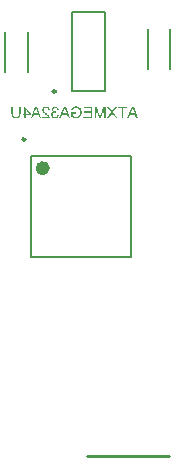
<source format=gbo>
%FSLAX25Y25*%
%MOIN*%
G70*
G01*
G75*
G04 Layer_Color=32896*
%ADD10R,0.03937X0.03937*%
G04:AMPARAMS|DCode=11|XSize=83mil|YSize=55mil|CornerRadius=13.75mil|HoleSize=0mil|Usage=FLASHONLY|Rotation=90.000|XOffset=0mil|YOffset=0mil|HoleType=Round|Shape=RoundedRectangle|*
%AMROUNDEDRECTD11*
21,1,0.08300,0.02750,0,0,90.0*
21,1,0.05550,0.05500,0,0,90.0*
1,1,0.02750,0.01375,0.02775*
1,1,0.02750,0.01375,-0.02775*
1,1,0.02750,-0.01375,-0.02775*
1,1,0.02750,-0.01375,0.02775*
%
%ADD11ROUNDEDRECTD11*%
%ADD12R,0.03150X0.05118*%
%ADD13R,0.05118X0.03150*%
%ADD14R,0.03740X0.03937*%
%ADD15R,0.03937X0.03740*%
%ADD16R,0.03937X0.03937*%
%ADD17C,0.01500*%
%ADD18C,0.02000*%
%ADD19R,0.05906X0.05906*%
%ADD20C,0.05906*%
%ADD21C,0.12500*%
%ADD22C,0.05000*%
%ADD23O,0.08071X0.02362*%
%ADD24O,0.02362X0.08071*%
G04:AMPARAMS|DCode=25|XSize=82.68mil|YSize=62.99mil|CornerRadius=15.75mil|HoleSize=0mil|Usage=FLASHONLY|Rotation=180.000|XOffset=0mil|YOffset=0mil|HoleType=Round|Shape=RoundedRectangle|*
%AMROUNDEDRECTD25*
21,1,0.08268,0.03150,0,0,180.0*
21,1,0.05118,0.06299,0,0,180.0*
1,1,0.03150,-0.02559,0.01575*
1,1,0.03150,0.02559,0.01575*
1,1,0.03150,0.02559,-0.01575*
1,1,0.03150,-0.02559,-0.01575*
%
%ADD25ROUNDEDRECTD25*%
G04:AMPARAMS|DCode=26|XSize=70.87mil|YSize=74.8mil|CornerRadius=17.72mil|HoleSize=0mil|Usage=FLASHONLY|Rotation=180.000|XOffset=0mil|YOffset=0mil|HoleType=Round|Shape=RoundedRectangle|*
%AMROUNDEDRECTD26*
21,1,0.07087,0.03937,0,0,180.0*
21,1,0.03543,0.07480,0,0,180.0*
1,1,0.03543,-0.01772,0.01969*
1,1,0.03543,0.01772,0.01969*
1,1,0.03543,0.01772,-0.01969*
1,1,0.03543,-0.01772,-0.01969*
%
%ADD26ROUNDEDRECTD26*%
G04:AMPARAMS|DCode=27|XSize=15.75mil|YSize=53.15mil|CornerRadius=3.94mil|HoleSize=0mil|Usage=FLASHONLY|Rotation=180.000|XOffset=0mil|YOffset=0mil|HoleType=Round|Shape=RoundedRectangle|*
%AMROUNDEDRECTD27*
21,1,0.01575,0.04528,0,0,180.0*
21,1,0.00787,0.05315,0,0,180.0*
1,1,0.00787,-0.00394,0.02264*
1,1,0.00787,0.00394,0.02264*
1,1,0.00787,0.00394,-0.02264*
1,1,0.00787,-0.00394,-0.02264*
%
%ADD27ROUNDEDRECTD27*%
G04:AMPARAMS|DCode=28|XSize=74.8mil|YSize=74.8mil|CornerRadius=18.7mil|HoleSize=0mil|Usage=FLASHONLY|Rotation=180.000|XOffset=0mil|YOffset=0mil|HoleType=Round|Shape=RoundedRectangle|*
%AMROUNDEDRECTD28*
21,1,0.07480,0.03740,0,0,180.0*
21,1,0.03740,0.07480,0,0,180.0*
1,1,0.03740,-0.01870,0.01870*
1,1,0.03740,0.01870,0.01870*
1,1,0.03740,0.01870,-0.01870*
1,1,0.03740,-0.01870,-0.01870*
%
%ADD28ROUNDEDRECTD28*%
%ADD29R,0.04724X0.07677*%
%ADD30R,0.09449X0.03937*%
%ADD31R,0.09449X0.12992*%
%ADD32C,0.01000*%
%ADD33C,0.00787*%
%ADD34C,0.00100*%
%ADD35R,0.04737X0.04737*%
G04:AMPARAMS|DCode=36|XSize=91mil|YSize=63mil|CornerRadius=17.75mil|HoleSize=0mil|Usage=FLASHONLY|Rotation=90.000|XOffset=0mil|YOffset=0mil|HoleType=Round|Shape=RoundedRectangle|*
%AMROUNDEDRECTD36*
21,1,0.09100,0.02750,0,0,90.0*
21,1,0.05550,0.06300,0,0,90.0*
1,1,0.03550,0.01375,0.02775*
1,1,0.03550,0.01375,-0.02775*
1,1,0.03550,-0.01375,-0.02775*
1,1,0.03550,-0.01375,0.02775*
%
%ADD36ROUNDEDRECTD36*%
%ADD37R,0.03950X0.05918*%
%ADD38R,0.05918X0.03950*%
%ADD39R,0.04540X0.04737*%
%ADD40R,0.04737X0.04540*%
%ADD41R,0.04737X0.04737*%
%ADD42R,0.06706X0.06706*%
%ADD43C,0.06706*%
%ADD44C,0.13300*%
%ADD45C,0.05800*%
%ADD46O,0.08871X0.03162*%
%ADD47O,0.03162X0.08871*%
G04:AMPARAMS|DCode=48|XSize=90.68mil|YSize=70.99mil|CornerRadius=19.75mil|HoleSize=0mil|Usage=FLASHONLY|Rotation=180.000|XOffset=0mil|YOffset=0mil|HoleType=Round|Shape=RoundedRectangle|*
%AMROUNDEDRECTD48*
21,1,0.09068,0.03150,0,0,180.0*
21,1,0.05118,0.07099,0,0,180.0*
1,1,0.03950,-0.02559,0.01575*
1,1,0.03950,0.02559,0.01575*
1,1,0.03950,0.02559,-0.01575*
1,1,0.03950,-0.02559,-0.01575*
%
%ADD48ROUNDEDRECTD48*%
G04:AMPARAMS|DCode=49|XSize=78.87mil|YSize=82.8mil|CornerRadius=21.72mil|HoleSize=0mil|Usage=FLASHONLY|Rotation=180.000|XOffset=0mil|YOffset=0mil|HoleType=Round|Shape=RoundedRectangle|*
%AMROUNDEDRECTD49*
21,1,0.07887,0.03937,0,0,180.0*
21,1,0.03543,0.08280,0,0,180.0*
1,1,0.04343,-0.01772,0.01969*
1,1,0.04343,0.01772,0.01969*
1,1,0.04343,0.01772,-0.01969*
1,1,0.04343,-0.01772,-0.01969*
%
%ADD49ROUNDEDRECTD49*%
G04:AMPARAMS|DCode=50|XSize=23.75mil|YSize=61.15mil|CornerRadius=7.94mil|HoleSize=0mil|Usage=FLASHONLY|Rotation=180.000|XOffset=0mil|YOffset=0mil|HoleType=Round|Shape=RoundedRectangle|*
%AMROUNDEDRECTD50*
21,1,0.02375,0.04528,0,0,180.0*
21,1,0.00787,0.06115,0,0,180.0*
1,1,0.01587,-0.00394,0.02264*
1,1,0.01587,0.00394,0.02264*
1,1,0.01587,0.00394,-0.02264*
1,1,0.01587,-0.00394,-0.02264*
%
%ADD50ROUNDEDRECTD50*%
G04:AMPARAMS|DCode=51|XSize=82.8mil|YSize=82.8mil|CornerRadius=22.7mil|HoleSize=0mil|Usage=FLASHONLY|Rotation=180.000|XOffset=0mil|YOffset=0mil|HoleType=Round|Shape=RoundedRectangle|*
%AMROUNDEDRECTD51*
21,1,0.08280,0.03740,0,0,180.0*
21,1,0.03740,0.08280,0,0,180.0*
1,1,0.04540,-0.01870,0.01870*
1,1,0.04540,0.01870,0.01870*
1,1,0.04540,0.01870,-0.01870*
1,1,0.04540,-0.01870,-0.01870*
%
%ADD51ROUNDEDRECTD51*%
%ADD52R,0.05524X0.08477*%
%ADD53R,0.10249X0.04737*%
%ADD54R,0.10249X0.13792*%
%ADD55C,0.02362*%
%ADD56C,0.00984*%
%ADD57C,0.00394*%
G36*
X240000Y245000D02*
X239462D01*
X239047Y246164D01*
X237432D01*
X236987Y245000D01*
X236414D01*
X237976Y248843D01*
X238532D01*
X240000Y245000D01*
D02*
G37*
G36*
X236285Y248393D02*
X235022D01*
Y245000D01*
X234513D01*
Y248393D01*
X233249D01*
Y248843D01*
X236285D01*
Y248393D01*
D02*
G37*
G36*
X200805Y246620D02*
Y246509D01*
X200799Y246404D01*
X200793Y246305D01*
X200782Y246211D01*
X200770Y246129D01*
X200758Y246047D01*
X200746Y245977D01*
X200729Y245913D01*
X200717Y245854D01*
X200706Y245801D01*
X200694Y245755D01*
X200682Y245720D01*
X200671Y245690D01*
X200665Y245673D01*
X200659Y245661D01*
Y245655D01*
X200594Y245532D01*
X200518Y245421D01*
X200442Y245333D01*
X200360Y245257D01*
X200290Y245193D01*
X200226Y245152D01*
X200202Y245134D01*
X200191Y245129D01*
X200179Y245117D01*
X200173D01*
X200039Y245058D01*
X199887Y245012D01*
X199740Y244983D01*
X199600Y244959D01*
X199536Y244953D01*
X199477Y244947D01*
X199424Y244941D01*
X199378D01*
X199343Y244936D01*
X199290D01*
X199091Y244947D01*
X198916Y244971D01*
X198834Y244983D01*
X198763Y245000D01*
X198693Y245023D01*
X198635Y245041D01*
X198582Y245058D01*
X198529Y245082D01*
X198488Y245099D01*
X198459Y245111D01*
X198430Y245129D01*
X198412Y245134D01*
X198401Y245146D01*
X198395D01*
X198278Y245234D01*
X198172Y245322D01*
X198091Y245415D01*
X198026Y245503D01*
X197979Y245585D01*
X197944Y245643D01*
X197933Y245667D01*
X197927Y245685D01*
X197921Y245696D01*
Y245702D01*
X197874Y245836D01*
X197845Y245989D01*
X197821Y246141D01*
X197804Y246287D01*
X197798Y246357D01*
X197792Y246422D01*
Y246474D01*
X197786Y246527D01*
Y246568D01*
Y246597D01*
Y246615D01*
Y246620D01*
Y248843D01*
X198295D01*
Y246620D01*
Y246492D01*
X198307Y246369D01*
X198319Y246264D01*
X198330Y246164D01*
X198348Y246071D01*
X198371Y245994D01*
X198395Y245924D01*
X198412Y245860D01*
X198436Y245807D01*
X198459Y245760D01*
X198477Y245725D01*
X198500Y245696D01*
X198512Y245673D01*
X198523Y245655D01*
X198535Y245649D01*
Y245643D01*
X198582Y245597D01*
X198641Y245562D01*
X198763Y245497D01*
X198892Y245456D01*
X199027Y245421D01*
X199144Y245404D01*
X199196Y245398D01*
X199243D01*
X199284Y245392D01*
X199337D01*
X199454Y245398D01*
X199559Y245409D01*
X199653Y245433D01*
X199734Y245456D01*
X199799Y245474D01*
X199846Y245497D01*
X199875Y245509D01*
X199887Y245515D01*
X199969Y245567D01*
X200033Y245626D01*
X200091Y245690D01*
X200132Y245749D01*
X200167Y245801D01*
X200191Y245842D01*
X200202Y245872D01*
X200208Y245883D01*
X200226Y245930D01*
X200238Y245983D01*
X200261Y246100D01*
X200273Y246223D01*
X200284Y246340D01*
X200290Y246451D01*
X200296Y246498D01*
Y246538D01*
Y246574D01*
Y246597D01*
Y246615D01*
Y246620D01*
Y248843D01*
X200805D01*
Y246620D01*
D02*
G37*
G36*
X219513Y248896D02*
X219701Y248873D01*
X219876Y248832D01*
X219952Y248808D01*
X220022Y248791D01*
X220087Y248767D01*
X220145Y248744D01*
X220198Y248727D01*
X220239Y248703D01*
X220268Y248691D01*
X220297Y248680D01*
X220309Y248668D01*
X220315D01*
X220397Y248621D01*
X220467Y248569D01*
X220607Y248457D01*
X220718Y248340D01*
X220818Y248223D01*
X220888Y248112D01*
X220917Y248071D01*
X220947Y248030D01*
X220964Y247995D01*
X220976Y247972D01*
X220988Y247954D01*
Y247948D01*
X221063Y247767D01*
X221122Y247580D01*
X221163Y247404D01*
X221192Y247240D01*
X221204Y247170D01*
X221210Y247106D01*
X221216Y247047D01*
Y246995D01*
X221221Y246954D01*
Y246925D01*
Y246907D01*
Y246901D01*
X221210Y246696D01*
X221186Y246503D01*
X221145Y246328D01*
X221128Y246246D01*
X221105Y246176D01*
X221081Y246106D01*
X221063Y246047D01*
X221040Y245994D01*
X221023Y245953D01*
X221011Y245918D01*
X220999Y245895D01*
X220988Y245878D01*
Y245872D01*
X220888Y245714D01*
X220777Y245573D01*
X220666Y245450D01*
X220549Y245351D01*
X220449Y245275D01*
X220408Y245246D01*
X220367Y245222D01*
X220338Y245199D01*
X220309Y245187D01*
X220297Y245181D01*
X220291Y245176D01*
X220116Y245094D01*
X219935Y245035D01*
X219765Y244994D01*
X219601Y244965D01*
X219531Y244953D01*
X219466Y244947D01*
X219408Y244941D01*
X219355D01*
X219314Y244936D01*
X219262D01*
X219110Y244941D01*
X218957Y244959D01*
X218823Y244983D01*
X218700Y245012D01*
X218648Y245023D01*
X218595Y245035D01*
X218554Y245047D01*
X218519Y245058D01*
X218490Y245070D01*
X218466Y245076D01*
X218454Y245082D01*
X218449D01*
X218302Y245146D01*
X218156Y245216D01*
X218027Y245292D01*
X217910Y245363D01*
X217811Y245433D01*
X217770Y245456D01*
X217735Y245486D01*
X217706Y245503D01*
X217688Y245521D01*
X217676Y245527D01*
X217671Y245532D01*
Y246960D01*
X219297D01*
Y246509D01*
X218168D01*
Y245784D01*
X218238Y245731D01*
X218314Y245679D01*
X218390Y245632D01*
X218466Y245591D01*
X218536Y245556D01*
X218595Y245532D01*
X218618Y245521D01*
X218636Y245515D01*
X218642Y245509D01*
X218648D01*
X218764Y245468D01*
X218882Y245439D01*
X218993Y245415D01*
X219086Y245404D01*
X219168Y245392D01*
X219233Y245386D01*
X219291D01*
X219431Y245392D01*
X219566Y245409D01*
X219683Y245439D01*
X219794Y245468D01*
X219882Y245497D01*
X219923Y245515D01*
X219952Y245527D01*
X219975Y245532D01*
X219993Y245544D01*
X220005Y245550D01*
X220011D01*
X220128Y245620D01*
X220233Y245702D01*
X220321Y245790D01*
X220391Y245872D01*
X220443Y245948D01*
X220484Y246006D01*
X220502Y246030D01*
X220514Y246047D01*
X220519Y246059D01*
Y246065D01*
X220578Y246205D01*
X220619Y246345D01*
X220654Y246492D01*
X220672Y246632D01*
X220677Y246691D01*
X220683Y246749D01*
X220689Y246802D01*
Y246843D01*
X220695Y246884D01*
Y246907D01*
Y246925D01*
Y246931D01*
X220689Y247083D01*
X220672Y247229D01*
X220648Y247358D01*
X220619Y247475D01*
X220596Y247568D01*
X220584Y247609D01*
X220572Y247638D01*
X220560Y247668D01*
X220555Y247685D01*
X220549Y247697D01*
Y247703D01*
X220514Y247779D01*
X220479Y247849D01*
X220438Y247913D01*
X220397Y247972D01*
X220361Y248019D01*
X220332Y248054D01*
X220315Y248077D01*
X220309Y248083D01*
X220245Y248147D01*
X220180Y248200D01*
X220110Y248247D01*
X220046Y248288D01*
X219987Y248323D01*
X219940Y248346D01*
X219911Y248358D01*
X219899Y248364D01*
X219800Y248399D01*
X219701Y248428D01*
X219595Y248446D01*
X219502Y248463D01*
X219420Y248469D01*
X219355Y248475D01*
X219297D01*
X219192Y248469D01*
X219092Y248457D01*
X219004Y248440D01*
X218928Y248422D01*
X218864Y248405D01*
X218811Y248387D01*
X218782Y248376D01*
X218770Y248370D01*
X218683Y248329D01*
X218612Y248288D01*
X218548Y248241D01*
X218495Y248200D01*
X218454Y248159D01*
X218425Y248130D01*
X218408Y248106D01*
X218402Y248100D01*
X218355Y248030D01*
X218314Y247954D01*
X218279Y247878D01*
X218250Y247808D01*
X218226Y247738D01*
X218203Y247685D01*
X218197Y247650D01*
X218191Y247644D01*
Y247638D01*
X217729Y247767D01*
X217770Y247907D01*
X217817Y248030D01*
X217864Y248136D01*
X217910Y248223D01*
X217957Y248299D01*
X217992Y248352D01*
X218016Y248381D01*
X218021Y248393D01*
X218098Y248481D01*
X218185Y248551D01*
X218273Y248615D01*
X218361Y248668D01*
X218437Y248715D01*
X218495Y248744D01*
X218519Y248756D01*
X218536Y248762D01*
X218548Y248767D01*
X218554D01*
X218683Y248814D01*
X218811Y248849D01*
X218940Y248873D01*
X219051Y248890D01*
X219151Y248902D01*
X219197D01*
X219233Y248908D01*
X219303D01*
X219513Y248896D01*
D02*
G37*
G36*
X207796Y245000D02*
X207258D01*
X206842Y246164D01*
X205228D01*
X204783Y245000D01*
X204210D01*
X205772Y248843D01*
X206327D01*
X207796Y245000D01*
D02*
G37*
G36*
X204145Y246351D02*
Y245918D01*
X202478D01*
Y245000D01*
X202004D01*
Y245918D01*
X201484D01*
Y246351D01*
X202004D01*
Y248838D01*
X202390D01*
X204145Y246351D01*
D02*
G37*
G36*
X224661Y245000D02*
X221795D01*
Y245450D01*
X224152D01*
Y246761D01*
X222029D01*
Y247211D01*
X224152D01*
Y248393D01*
X221883D01*
Y248843D01*
X224661D01*
Y245000D01*
D02*
G37*
G36*
X217343D02*
X216805D01*
X216389Y246164D01*
X214775D01*
X214330Y245000D01*
X213757D01*
X215319Y248843D01*
X215875D01*
X217343Y245000D01*
D02*
G37*
G36*
X209381Y248855D02*
X209475Y248849D01*
X209650Y248814D01*
X209726Y248797D01*
X209802Y248773D01*
X209867Y248744D01*
X209925Y248721D01*
X209978Y248691D01*
X210025Y248668D01*
X210066Y248639D01*
X210101Y248621D01*
X210124Y248604D01*
X210142Y248586D01*
X210153Y248580D01*
X210159Y248574D01*
X210218Y248516D01*
X210264Y248457D01*
X210352Y248323D01*
X210417Y248188D01*
X210463Y248054D01*
X210498Y247937D01*
X210504Y247884D01*
X210516Y247837D01*
X210522Y247802D01*
X210528Y247773D01*
Y247755D01*
Y247749D01*
X210042Y247697D01*
X210031Y247826D01*
X210007Y247937D01*
X209978Y248030D01*
X209937Y248112D01*
X209902Y248177D01*
X209867Y248223D01*
X209843Y248247D01*
X209837Y248258D01*
X209755Y248329D01*
X209668Y248381D01*
X209574Y248416D01*
X209486Y248446D01*
X209410Y248457D01*
X209352Y248463D01*
X209329Y248469D01*
X209293D01*
X209176Y248463D01*
X209071Y248440D01*
X208983Y248411D01*
X208907Y248376D01*
X208849Y248335D01*
X208802Y248305D01*
X208779Y248282D01*
X208767Y248276D01*
X208697Y248200D01*
X208650Y248118D01*
X208615Y248042D01*
X208586Y247966D01*
X208574Y247902D01*
X208568Y247849D01*
X208562Y247814D01*
Y247808D01*
Y247802D01*
X208574Y247703D01*
X208597Y247597D01*
X208632Y247504D01*
X208673Y247416D01*
X208714Y247340D01*
X208749Y247282D01*
X208761Y247258D01*
X208773Y247240D01*
X208784Y247235D01*
Y247229D01*
X208831Y247170D01*
X208884Y247106D01*
X208942Y247042D01*
X209013Y246977D01*
X209153Y246843D01*
X209293Y246708D01*
X209422Y246597D01*
X209481Y246544D01*
X209533Y246503D01*
X209574Y246462D01*
X209603Y246439D01*
X209627Y246422D01*
X209633Y246416D01*
X209773Y246293D01*
X209902Y246182D01*
X210007Y246082D01*
X210095Y246000D01*
X210165Y245930D01*
X210212Y245878D01*
X210241Y245842D01*
X210253Y245836D01*
Y245831D01*
X210329Y245737D01*
X210387Y245649D01*
X210446Y245562D01*
X210487Y245486D01*
X210522Y245415D01*
X210545Y245369D01*
X210557Y245333D01*
X210563Y245328D01*
Y245322D01*
X210580Y245263D01*
X210598Y245205D01*
X210604Y245152D01*
X210610Y245105D01*
X210615Y245064D01*
Y245029D01*
Y245006D01*
Y245000D01*
X208071D01*
Y245450D01*
X209960D01*
X209896Y245544D01*
X209832Y245620D01*
X209802Y245655D01*
X209779Y245679D01*
X209767Y245696D01*
X209761Y245702D01*
X209732Y245731D01*
X209703Y245760D01*
X209627Y245831D01*
X209533Y245913D01*
X209445Y245994D01*
X209358Y246071D01*
X209288Y246129D01*
X209258Y246152D01*
X209235Y246170D01*
X209223Y246182D01*
X209217Y246188D01*
X209124Y246269D01*
X209042Y246340D01*
X208960Y246410D01*
X208890Y246474D01*
X208825Y246538D01*
X208767Y246591D01*
X208708Y246644D01*
X208662Y246691D01*
X208621Y246732D01*
X208586Y246767D01*
X208533Y246819D01*
X208504Y246854D01*
X208492Y246866D01*
X208416Y246960D01*
X208346Y247042D01*
X208293Y247124D01*
X208252Y247194D01*
X208217Y247252D01*
X208194Y247293D01*
X208182Y247322D01*
X208176Y247334D01*
X208141Y247416D01*
X208118Y247498D01*
X208100Y247574D01*
X208088Y247644D01*
X208082Y247703D01*
X208077Y247749D01*
Y247779D01*
Y247791D01*
X208082Y247872D01*
X208088Y247954D01*
X208129Y248100D01*
X208182Y248229D01*
X208240Y248340D01*
X208299Y248428D01*
X208328Y248463D01*
X208351Y248498D01*
X208375Y248522D01*
X208393Y248539D01*
X208398Y248545D01*
X208404Y248551D01*
X208469Y248604D01*
X208533Y248656D01*
X208603Y248697D01*
X208679Y248732D01*
X208825Y248785D01*
X208966Y248820D01*
X209030Y248838D01*
X209089Y248843D01*
X209141Y248849D01*
X209188Y248855D01*
X209229Y248861D01*
X209282D01*
X209381Y248855D01*
D02*
G37*
G36*
X231629Y246989D02*
X233115Y245000D01*
X232506D01*
X231535Y246328D01*
X231512Y246363D01*
X231482Y246404D01*
X231418Y246492D01*
X231389Y246538D01*
X231371Y246574D01*
X231354Y246597D01*
X231348Y246603D01*
X231289Y246515D01*
X231242Y246445D01*
X231219Y246410D01*
X231202Y246387D01*
X231196Y246375D01*
X231190Y246369D01*
X230219Y245000D01*
X229593D01*
X231038Y247012D01*
X229698Y248843D01*
X230254D01*
X231026Y247814D01*
X231090Y247732D01*
X231149Y247656D01*
X231202Y247580D01*
X231242Y247516D01*
X231278Y247463D01*
X231307Y247422D01*
X231324Y247398D01*
X231330Y247387D01*
X231371Y247457D01*
X231412Y247527D01*
X231465Y247609D01*
X231518Y247685D01*
X231558Y247749D01*
X231599Y247802D01*
X231623Y247843D01*
X231634Y247849D01*
Y247855D01*
X232336Y248843D01*
X232939D01*
X231629Y246989D01*
D02*
G37*
G36*
X229160Y245000D02*
X228669D01*
Y248270D01*
X227563Y245000D01*
X227107D01*
X225983Y248218D01*
Y245000D01*
X225492D01*
Y248843D01*
X226182D01*
X227101Y246170D01*
X227148Y246024D01*
X227194Y245901D01*
X227229Y245796D01*
X227253Y245708D01*
X227276Y245643D01*
X227294Y245597D01*
X227300Y245567D01*
X227306Y245556D01*
X227329Y245632D01*
X227358Y245725D01*
X227387Y245819D01*
X227417Y245913D01*
X227446Y245994D01*
X227469Y246059D01*
X227475Y246088D01*
X227481Y246106D01*
X227487Y246117D01*
Y246123D01*
X228399Y248843D01*
X229160D01*
Y245000D01*
D02*
G37*
G36*
X212493Y248849D02*
X212640Y248820D01*
X212774Y248779D01*
X212885Y248732D01*
X212973Y248680D01*
X213008Y248656D01*
X213037Y248639D01*
X213067Y248621D01*
X213084Y248609D01*
X213090Y248604D01*
X213096Y248598D01*
X213201Y248493D01*
X213283Y248376D01*
X213353Y248253D01*
X213400Y248136D01*
X213441Y248030D01*
X213453Y247984D01*
X213464Y247942D01*
X213470Y247913D01*
X213476Y247890D01*
X213482Y247872D01*
Y247867D01*
X213008Y247785D01*
X212985Y247907D01*
X212950Y248013D01*
X212914Y248100D01*
X212874Y248171D01*
X212839Y248229D01*
X212809Y248270D01*
X212786Y248294D01*
X212780Y248299D01*
X212704Y248358D01*
X212628Y248399D01*
X212552Y248434D01*
X212476Y248451D01*
X212417Y248463D01*
X212365Y248475D01*
X212318D01*
X212218Y248469D01*
X212131Y248446D01*
X212055Y248422D01*
X211990Y248387D01*
X211938Y248358D01*
X211897Y248329D01*
X211873Y248305D01*
X211867Y248299D01*
X211809Y248235D01*
X211768Y248159D01*
X211733Y248089D01*
X211715Y248024D01*
X211703Y247960D01*
X211692Y247913D01*
Y247884D01*
Y247878D01*
Y247872D01*
X211703Y247755D01*
X211733Y247656D01*
X211768Y247574D01*
X211815Y247510D01*
X211861Y247457D01*
X211897Y247416D01*
X211926Y247393D01*
X211938Y247387D01*
X212031Y247334D01*
X212125Y247299D01*
X212212Y247270D01*
X212294Y247252D01*
X212370Y247240D01*
X212423Y247235D01*
X212499D01*
X212523Y247240D01*
X212552D01*
X212604Y246825D01*
X212534Y246843D01*
X212470Y246854D01*
X212411Y246860D01*
X212365Y246866D01*
X212324Y246872D01*
X212271D01*
X212154Y246860D01*
X212055Y246837D01*
X211961Y246808D01*
X211885Y246767D01*
X211821Y246726D01*
X211774Y246696D01*
X211750Y246673D01*
X211739Y246661D01*
X211668Y246580D01*
X211616Y246492D01*
X211575Y246398D01*
X211551Y246316D01*
X211534Y246240D01*
X211528Y246182D01*
X211522Y246158D01*
Y246141D01*
Y246135D01*
Y246129D01*
X211534Y246006D01*
X211557Y245895D01*
X211592Y245796D01*
X211633Y245714D01*
X211680Y245643D01*
X211715Y245597D01*
X211739Y245567D01*
X211750Y245556D01*
X211838Y245480D01*
X211932Y245421D01*
X212025Y245386D01*
X212119Y245357D01*
X212195Y245339D01*
X212253Y245333D01*
X212277Y245328D01*
X212312D01*
X212411Y245333D01*
X212505Y245357D01*
X212587Y245386D01*
X212651Y245415D01*
X212710Y245450D01*
X212751Y245474D01*
X212774Y245497D01*
X212786Y245503D01*
X212850Y245579D01*
X212909Y245667D01*
X212955Y245766D01*
X212990Y245860D01*
X213020Y245948D01*
X213037Y246018D01*
X213049Y246041D01*
Y246065D01*
X213055Y246076D01*
Y246082D01*
X213529Y246018D01*
X213517Y245930D01*
X213499Y245848D01*
X213447Y245696D01*
X213388Y245562D01*
X213318Y245445D01*
X213289Y245398D01*
X213254Y245357D01*
X213225Y245322D01*
X213201Y245287D01*
X213178Y245263D01*
X213160Y245246D01*
X213154Y245240D01*
X213148Y245234D01*
X213084Y245181D01*
X213014Y245134D01*
X212950Y245094D01*
X212879Y245064D01*
X212739Y245006D01*
X212604Y244971D01*
X212546Y244959D01*
X212487Y244953D01*
X212441Y244947D01*
X212394Y244941D01*
X212359Y244936D01*
X212312D01*
X212212Y244941D01*
X212113Y244953D01*
X212019Y244965D01*
X211932Y244988D01*
X211850Y245018D01*
X211774Y245047D01*
X211703Y245076D01*
X211639Y245111D01*
X211586Y245140D01*
X211534Y245170D01*
X211487Y245199D01*
X211452Y245228D01*
X211423Y245251D01*
X211405Y245263D01*
X211393Y245275D01*
X211388Y245281D01*
X211323Y245351D01*
X211265Y245421D01*
X211218Y245491D01*
X211177Y245562D01*
X211136Y245632D01*
X211107Y245708D01*
X211066Y245842D01*
X211048Y245901D01*
X211037Y245959D01*
X211031Y246006D01*
X211025Y246053D01*
X211019Y246088D01*
Y246111D01*
Y246129D01*
Y246135D01*
X211025Y246269D01*
X211048Y246392D01*
X211078Y246498D01*
X211113Y246585D01*
X211154Y246656D01*
X211183Y246708D01*
X211206Y246743D01*
X211212Y246755D01*
X211288Y246843D01*
X211376Y246913D01*
X211464Y246972D01*
X211546Y247012D01*
X211622Y247047D01*
X211680Y247065D01*
X211703Y247077D01*
X211721D01*
X211733Y247083D01*
X211739D01*
X211645Y247129D01*
X211563Y247188D01*
X211499Y247240D01*
X211440Y247293D01*
X211399Y247340D01*
X211364Y247375D01*
X211347Y247398D01*
X211341Y247410D01*
X211294Y247486D01*
X211265Y247568D01*
X211241Y247644D01*
X211224Y247714D01*
X211212Y247773D01*
X211206Y247820D01*
Y247849D01*
Y247861D01*
X211212Y247960D01*
X211230Y248048D01*
X211253Y248130D01*
X211277Y248206D01*
X211300Y248264D01*
X211323Y248311D01*
X211341Y248340D01*
X211347Y248352D01*
X211405Y248434D01*
X211470Y248510D01*
X211540Y248574D01*
X211604Y248627D01*
X211663Y248668D01*
X211709Y248697D01*
X211744Y248715D01*
X211750Y248721D01*
X211756D01*
X211856Y248767D01*
X211955Y248802D01*
X212055Y248826D01*
X212142Y248843D01*
X212218Y248855D01*
X212277Y248861D01*
X212411D01*
X212493Y248849D01*
D02*
G37*
%LPC*%
G36*
X238268Y248446D02*
X238227Y248317D01*
X238187Y248182D01*
X238140Y248048D01*
X238093Y247919D01*
X238058Y247808D01*
X238040Y247761D01*
X238023Y247720D01*
X238011Y247685D01*
X237999Y247662D01*
X237993Y247644D01*
Y247638D01*
X237596Y246580D01*
X238900D01*
X238479Y247703D01*
X238432Y247837D01*
X238391Y247972D01*
X238356Y248095D01*
X238327Y248212D01*
X238303Y248305D01*
X238292Y248346D01*
X238280Y248381D01*
X238274Y248411D01*
Y248428D01*
X238268Y248440D01*
Y248446D01*
D02*
G37*
G36*
X202478Y248071D02*
Y246351D01*
X203683D01*
X202478Y248071D01*
D02*
G37*
G36*
X206064Y248446D02*
X206023Y248317D01*
X205982Y248182D01*
X205935Y248048D01*
X205889Y247919D01*
X205854Y247808D01*
X205836Y247761D01*
X205818Y247720D01*
X205807Y247685D01*
X205795Y247662D01*
X205789Y247644D01*
Y247638D01*
X205391Y246580D01*
X206696D01*
X206275Y247703D01*
X206228Y247837D01*
X206187Y247972D01*
X206152Y248095D01*
X206123Y248212D01*
X206099Y248305D01*
X206088Y248346D01*
X206076Y248381D01*
X206070Y248411D01*
Y248428D01*
X206064Y248440D01*
Y248446D01*
D02*
G37*
G36*
X215611D02*
X215570Y248317D01*
X215529Y248182D01*
X215483Y248048D01*
X215436Y247919D01*
X215401Y247808D01*
X215383Y247761D01*
X215366Y247720D01*
X215354Y247685D01*
X215342Y247662D01*
X215336Y247644D01*
Y247638D01*
X214939Y246580D01*
X216243D01*
X215822Y247703D01*
X215775Y247837D01*
X215734Y247972D01*
X215699Y248095D01*
X215670Y248212D01*
X215647Y248305D01*
X215635Y248346D01*
X215623Y248381D01*
X215617Y248411D01*
Y248428D01*
X215611Y248440D01*
Y248446D01*
D02*
G37*
%LPD*%
D32*
X222819Y132260D02*
X250279D01*
D33*
X237732Y198768D02*
Y232232D01*
X204268Y198768D02*
Y232232D01*
Y198768D02*
X237732D01*
X204268Y232232D02*
X237732D01*
X203240Y260407D02*
Y273793D01*
X195760Y260407D02*
Y273793D01*
X217988Y253911D02*
Y280289D01*
X229012Y253911D02*
Y280289D01*
X217988Y253911D02*
X229012D01*
X217988Y280289D02*
X229012D01*
X243260Y261407D02*
Y274793D01*
X250740Y261407D02*
Y274793D01*
D55*
X209386Y228295D02*
G03*
X209386Y228295I-1181J0D01*
G01*
D56*
X202398Y237941D02*
G03*
X202398Y237941I-492J0D01*
G01*
X212575Y253911D02*
G03*
X212575Y253911I-492J0D01*
G01*
D57*
X195957Y275368D02*
G03*
X195957Y275368I-197J0D01*
G01*
X250937Y259832D02*
G03*
X250937Y259832I-197J0D01*
G01*
M02*

</source>
